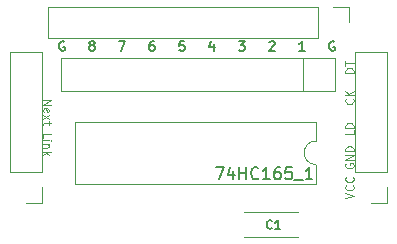
<source format=gbr>
%TF.GenerationSoftware,KiCad,Pcbnew,(6.0.2)*%
%TF.CreationDate,2022-04-17T17:53:03+09:00*%
%TF.ProjectId,input-74hc165,696e7075-742d-4373-9468-633136352e6b,rev?*%
%TF.SameCoordinates,Original*%
%TF.FileFunction,Legend,Top*%
%TF.FilePolarity,Positive*%
%FSLAX46Y46*%
G04 Gerber Fmt 4.6, Leading zero omitted, Abs format (unit mm)*
G04 Created by KiCad (PCBNEW (6.0.2)) date 2022-04-17 17:53:03*
%MOMM*%
%LPD*%
G01*
G04 APERTURE LIST*
%ADD10C,0.100000*%
%ADD11C,0.150000*%
%ADD12C,0.120000*%
G04 APERTURE END LIST*
D10*
X177035666Y-101263333D02*
X177735666Y-101030000D01*
X177035666Y-100796666D01*
X177669000Y-100163333D02*
X177702333Y-100196666D01*
X177735666Y-100296666D01*
X177735666Y-100363333D01*
X177702333Y-100463333D01*
X177635666Y-100530000D01*
X177569000Y-100563333D01*
X177435666Y-100596666D01*
X177335666Y-100596666D01*
X177202333Y-100563333D01*
X177135666Y-100530000D01*
X177069000Y-100463333D01*
X177035666Y-100363333D01*
X177035666Y-100296666D01*
X177069000Y-100196666D01*
X177102333Y-100163333D01*
X177669000Y-99463333D02*
X177702333Y-99496666D01*
X177735666Y-99596666D01*
X177735666Y-99663333D01*
X177702333Y-99763333D01*
X177635666Y-99830000D01*
X177569000Y-99863333D01*
X177435666Y-99896666D01*
X177335666Y-99896666D01*
X177202333Y-99863333D01*
X177135666Y-99830000D01*
X177069000Y-99763333D01*
X177035666Y-99663333D01*
X177035666Y-99596666D01*
X177069000Y-99496666D01*
X177102333Y-99463333D01*
X177069000Y-98323333D02*
X177035666Y-98390000D01*
X177035666Y-98490000D01*
X177069000Y-98590000D01*
X177135666Y-98656666D01*
X177202333Y-98690000D01*
X177335666Y-98723333D01*
X177435666Y-98723333D01*
X177569000Y-98690000D01*
X177635666Y-98656666D01*
X177702333Y-98590000D01*
X177735666Y-98490000D01*
X177735666Y-98423333D01*
X177702333Y-98323333D01*
X177669000Y-98290000D01*
X177435666Y-98290000D01*
X177435666Y-98423333D01*
X177735666Y-97990000D02*
X177035666Y-97990000D01*
X177735666Y-97590000D01*
X177035666Y-97590000D01*
X177735666Y-97256666D02*
X177035666Y-97256666D01*
X177035666Y-97090000D01*
X177069000Y-96990000D01*
X177135666Y-96923333D01*
X177202333Y-96890000D01*
X177335666Y-96856666D01*
X177435666Y-96856666D01*
X177569000Y-96890000D01*
X177635666Y-96923333D01*
X177702333Y-96990000D01*
X177735666Y-97090000D01*
X177735666Y-97256666D01*
X177735666Y-90620000D02*
X177035666Y-90620000D01*
X177035666Y-90453333D01*
X177069000Y-90353333D01*
X177135666Y-90286666D01*
X177202333Y-90253333D01*
X177335666Y-90220000D01*
X177435666Y-90220000D01*
X177569000Y-90253333D01*
X177635666Y-90286666D01*
X177702333Y-90353333D01*
X177735666Y-90453333D01*
X177735666Y-90620000D01*
X177035666Y-90020000D02*
X177035666Y-89620000D01*
X177735666Y-89820000D02*
X177035666Y-89820000D01*
X177669000Y-92843333D02*
X177702333Y-92876666D01*
X177735666Y-92976666D01*
X177735666Y-93043333D01*
X177702333Y-93143333D01*
X177635666Y-93210000D01*
X177569000Y-93243333D01*
X177435666Y-93276666D01*
X177335666Y-93276666D01*
X177202333Y-93243333D01*
X177135666Y-93210000D01*
X177069000Y-93143333D01*
X177035666Y-93043333D01*
X177035666Y-92976666D01*
X177069000Y-92876666D01*
X177102333Y-92843333D01*
X177735666Y-92543333D02*
X177035666Y-92543333D01*
X177735666Y-92143333D02*
X177335666Y-92443333D01*
X177035666Y-92143333D02*
X177435666Y-92543333D01*
X151448333Y-92950000D02*
X152148333Y-92950000D01*
X151448333Y-93350000D01*
X152148333Y-93350000D01*
X151481666Y-93950000D02*
X151448333Y-93883333D01*
X151448333Y-93750000D01*
X151481666Y-93683333D01*
X151548333Y-93650000D01*
X151815000Y-93650000D01*
X151881666Y-93683333D01*
X151915000Y-93750000D01*
X151915000Y-93883333D01*
X151881666Y-93950000D01*
X151815000Y-93983333D01*
X151748333Y-93983333D01*
X151681666Y-93650000D01*
X151448333Y-94216666D02*
X151915000Y-94583333D01*
X151915000Y-94216666D02*
X151448333Y-94583333D01*
X151915000Y-94750000D02*
X151915000Y-95016666D01*
X152148333Y-94850000D02*
X151548333Y-94850000D01*
X151481666Y-94883333D01*
X151448333Y-94950000D01*
X151448333Y-95016666D01*
X151448333Y-96116666D02*
X151448333Y-95783333D01*
X152148333Y-95783333D01*
X151448333Y-96350000D02*
X151915000Y-96350000D01*
X152148333Y-96350000D02*
X152115000Y-96316666D01*
X152081666Y-96350000D01*
X152115000Y-96383333D01*
X152148333Y-96350000D01*
X152081666Y-96350000D01*
X151915000Y-96683333D02*
X151448333Y-96683333D01*
X151848333Y-96683333D02*
X151881666Y-96716666D01*
X151915000Y-96783333D01*
X151915000Y-96883333D01*
X151881666Y-96950000D01*
X151815000Y-96983333D01*
X151448333Y-96983333D01*
X151448333Y-97316666D02*
X152148333Y-97316666D01*
X151715000Y-97383333D02*
X151448333Y-97583333D01*
X151915000Y-97583333D02*
X151648333Y-97316666D01*
X177735666Y-95510333D02*
X177735666Y-95843666D01*
X177035666Y-95843666D01*
X177735666Y-95277000D02*
X177035666Y-95277000D01*
X177035666Y-95110333D01*
X177069000Y-95010333D01*
X177135666Y-94943666D01*
X177202333Y-94910333D01*
X177335666Y-94877000D01*
X177435666Y-94877000D01*
X177569000Y-94910333D01*
X177635666Y-94943666D01*
X177702333Y-95010333D01*
X177735666Y-95110333D01*
X177735666Y-95277000D01*
D11*
X176104523Y-87992000D02*
X176028333Y-87953904D01*
X175914047Y-87953904D01*
X175799761Y-87992000D01*
X175723571Y-88068190D01*
X175685476Y-88144380D01*
X175647380Y-88296761D01*
X175647380Y-88411047D01*
X175685476Y-88563428D01*
X175723571Y-88639619D01*
X175799761Y-88715809D01*
X175914047Y-88753904D01*
X175990238Y-88753904D01*
X176104523Y-88715809D01*
X176142619Y-88677714D01*
X176142619Y-88411047D01*
X175990238Y-88411047D01*
X155498809Y-88296761D02*
X155422619Y-88258666D01*
X155384523Y-88220571D01*
X155346428Y-88144380D01*
X155346428Y-88106285D01*
X155384523Y-88030095D01*
X155422619Y-87992000D01*
X155498809Y-87953904D01*
X155651190Y-87953904D01*
X155727380Y-87992000D01*
X155765476Y-88030095D01*
X155803571Y-88106285D01*
X155803571Y-88144380D01*
X155765476Y-88220571D01*
X155727380Y-88258666D01*
X155651190Y-88296761D01*
X155498809Y-88296761D01*
X155422619Y-88334857D01*
X155384523Y-88372952D01*
X155346428Y-88449142D01*
X155346428Y-88601523D01*
X155384523Y-88677714D01*
X155422619Y-88715809D01*
X155498809Y-88753904D01*
X155651190Y-88753904D01*
X155727380Y-88715809D01*
X155765476Y-88677714D01*
X155803571Y-88601523D01*
X155803571Y-88449142D01*
X155765476Y-88372952D01*
X155727380Y-88334857D01*
X155651190Y-88296761D01*
X173583571Y-88753904D02*
X173126428Y-88753904D01*
X173355000Y-88753904D02*
X173355000Y-87953904D01*
X173278809Y-88068190D01*
X173202619Y-88144380D01*
X173126428Y-88182476D01*
X170586428Y-88030095D02*
X170624523Y-87992000D01*
X170700714Y-87953904D01*
X170891190Y-87953904D01*
X170967380Y-87992000D01*
X171005476Y-88030095D01*
X171043571Y-88106285D01*
X171043571Y-88182476D01*
X171005476Y-88296761D01*
X170548333Y-88753904D01*
X171043571Y-88753904D01*
X153244523Y-87992000D02*
X153168333Y-87953904D01*
X153054047Y-87953904D01*
X152939761Y-87992000D01*
X152863571Y-88068190D01*
X152825476Y-88144380D01*
X152787380Y-88296761D01*
X152787380Y-88411047D01*
X152825476Y-88563428D01*
X152863571Y-88639619D01*
X152939761Y-88715809D01*
X153054047Y-88753904D01*
X153130238Y-88753904D01*
X153244523Y-88715809D01*
X153282619Y-88677714D01*
X153282619Y-88411047D01*
X153130238Y-88411047D01*
X157848333Y-87953904D02*
X158381666Y-87953904D01*
X158038809Y-88753904D01*
X163385476Y-87953904D02*
X163004523Y-87953904D01*
X162966428Y-88334857D01*
X163004523Y-88296761D01*
X163080714Y-88258666D01*
X163271190Y-88258666D01*
X163347380Y-88296761D01*
X163385476Y-88334857D01*
X163423571Y-88411047D01*
X163423571Y-88601523D01*
X163385476Y-88677714D01*
X163347380Y-88715809D01*
X163271190Y-88753904D01*
X163080714Y-88753904D01*
X163004523Y-88715809D01*
X162966428Y-88677714D01*
X165887380Y-88220571D02*
X165887380Y-88753904D01*
X165696904Y-87915809D02*
X165506428Y-88487238D01*
X166001666Y-88487238D01*
X160807380Y-87953904D02*
X160655000Y-87953904D01*
X160578809Y-87992000D01*
X160540714Y-88030095D01*
X160464523Y-88144380D01*
X160426428Y-88296761D01*
X160426428Y-88601523D01*
X160464523Y-88677714D01*
X160502619Y-88715809D01*
X160578809Y-88753904D01*
X160731190Y-88753904D01*
X160807380Y-88715809D01*
X160845476Y-88677714D01*
X160883571Y-88601523D01*
X160883571Y-88411047D01*
X160845476Y-88334857D01*
X160807380Y-88296761D01*
X160731190Y-88258666D01*
X160578809Y-88258666D01*
X160502619Y-88296761D01*
X160464523Y-88334857D01*
X160426428Y-88411047D01*
X168008333Y-87953904D02*
X168503571Y-87953904D01*
X168236904Y-88258666D01*
X168351190Y-88258666D01*
X168427380Y-88296761D01*
X168465476Y-88334857D01*
X168503571Y-88411047D01*
X168503571Y-88601523D01*
X168465476Y-88677714D01*
X168427380Y-88715809D01*
X168351190Y-88753904D01*
X168122619Y-88753904D01*
X168046428Y-88715809D01*
X168008333Y-88677714D01*
%TO.C,74HC165_1*%
X166060952Y-98639380D02*
X166727619Y-98639380D01*
X166299047Y-99639380D01*
X167537142Y-98972714D02*
X167537142Y-99639380D01*
X167299047Y-98591761D02*
X167060952Y-99306047D01*
X167680000Y-99306047D01*
X168060952Y-99639380D02*
X168060952Y-98639380D01*
X168060952Y-99115571D02*
X168632380Y-99115571D01*
X168632380Y-99639380D02*
X168632380Y-98639380D01*
X169680000Y-99544142D02*
X169632380Y-99591761D01*
X169489523Y-99639380D01*
X169394285Y-99639380D01*
X169251428Y-99591761D01*
X169156190Y-99496523D01*
X169108571Y-99401285D01*
X169060952Y-99210809D01*
X169060952Y-99067952D01*
X169108571Y-98877476D01*
X169156190Y-98782238D01*
X169251428Y-98687000D01*
X169394285Y-98639380D01*
X169489523Y-98639380D01*
X169632380Y-98687000D01*
X169680000Y-98734619D01*
X170632380Y-99639380D02*
X170060952Y-99639380D01*
X170346666Y-99639380D02*
X170346666Y-98639380D01*
X170251428Y-98782238D01*
X170156190Y-98877476D01*
X170060952Y-98925095D01*
X171489523Y-98639380D02*
X171299047Y-98639380D01*
X171203809Y-98687000D01*
X171156190Y-98734619D01*
X171060952Y-98877476D01*
X171013333Y-99067952D01*
X171013333Y-99448904D01*
X171060952Y-99544142D01*
X171108571Y-99591761D01*
X171203809Y-99639380D01*
X171394285Y-99639380D01*
X171489523Y-99591761D01*
X171537142Y-99544142D01*
X171584761Y-99448904D01*
X171584761Y-99210809D01*
X171537142Y-99115571D01*
X171489523Y-99067952D01*
X171394285Y-99020333D01*
X171203809Y-99020333D01*
X171108571Y-99067952D01*
X171060952Y-99115571D01*
X171013333Y-99210809D01*
X172489523Y-98639380D02*
X172013333Y-98639380D01*
X171965714Y-99115571D01*
X172013333Y-99067952D01*
X172108571Y-99020333D01*
X172346666Y-99020333D01*
X172441904Y-99067952D01*
X172489523Y-99115571D01*
X172537142Y-99210809D01*
X172537142Y-99448904D01*
X172489523Y-99544142D01*
X172441904Y-99591761D01*
X172346666Y-99639380D01*
X172108571Y-99639380D01*
X172013333Y-99591761D01*
X171965714Y-99544142D01*
X172727619Y-99734619D02*
X173489523Y-99734619D01*
X174251428Y-99639380D02*
X173680000Y-99639380D01*
X173965714Y-99639380D02*
X173965714Y-98639380D01*
X173870476Y-98782238D01*
X173775238Y-98877476D01*
X173680000Y-98925095D01*
%TO.C,C1*%
X170825333Y-103755000D02*
X170792000Y-103788333D01*
X170692000Y-103821666D01*
X170625333Y-103821666D01*
X170525333Y-103788333D01*
X170458666Y-103721666D01*
X170425333Y-103655000D01*
X170392000Y-103521666D01*
X170392000Y-103421666D01*
X170425333Y-103288333D01*
X170458666Y-103221666D01*
X170525333Y-103155000D01*
X170625333Y-103121666D01*
X170692000Y-103121666D01*
X170792000Y-103155000D01*
X170825333Y-103188333D01*
X171492000Y-103821666D02*
X171092000Y-103821666D01*
X171292000Y-103821666D02*
X171292000Y-103121666D01*
X171225333Y-103221666D01*
X171158666Y-103288333D01*
X171092000Y-103321666D01*
D12*
%TO.C,IN1*%
X151317000Y-101655000D02*
X149987000Y-101655000D01*
X151317000Y-99055000D02*
X148657000Y-99055000D01*
X151317000Y-88835000D02*
X148657000Y-88835000D01*
X151317000Y-99055000D02*
X151317000Y-88835000D01*
X151317000Y-100325000D02*
X151317000Y-101655000D01*
X148657000Y-99055000D02*
X148657000Y-88835000D01*
%TO.C,74HC165_1*%
X154118000Y-100059000D02*
X174558000Y-100059000D01*
X174558000Y-94759000D02*
X154118000Y-94759000D01*
X154118000Y-94759000D02*
X154118000Y-100059000D01*
X174558000Y-100059000D02*
X174558000Y-98409000D01*
X174558000Y-96409000D02*
X174558000Y-94759000D01*
X174558000Y-96409000D02*
G75*
G03*
X174558000Y-98409000I0J-1000000D01*
G01*
%TO.C,RN1*%
X176192000Y-92205000D02*
X176192000Y-89405000D01*
X152992000Y-92205000D02*
X176192000Y-92205000D01*
X176192000Y-89405000D02*
X152992000Y-89405000D01*
X152992000Y-89405000D02*
X152992000Y-92205000D01*
X173482000Y-92205000D02*
X173482000Y-89405000D01*
%TO.C,J1*%
X174752000Y-85030000D02*
X174752000Y-87690000D01*
X174752000Y-87690000D02*
X151832000Y-87690000D01*
X174752000Y-85030000D02*
X151832000Y-85030000D01*
X177352000Y-85030000D02*
X177352000Y-86360000D01*
X176022000Y-85030000D02*
X177352000Y-85030000D01*
X151832000Y-85030000D02*
X151832000Y-87690000D01*
%TO.C,OUT1*%
X180527000Y-88835000D02*
X177867000Y-88835000D01*
X180527000Y-99055000D02*
X177867000Y-99055000D01*
X177867000Y-99055000D02*
X177867000Y-88835000D01*
X180527000Y-99055000D02*
X180527000Y-88835000D01*
X180527000Y-100325000D02*
X180527000Y-101655000D01*
X180527000Y-101655000D02*
X179197000Y-101655000D01*
%TO.C,C1*%
X172998000Y-102435000D02*
X168458000Y-102435000D01*
X172998000Y-104575000D02*
X172998000Y-104560000D01*
X172998000Y-104575000D02*
X168458000Y-104575000D01*
X172998000Y-102450000D02*
X172998000Y-102435000D01*
X168458000Y-104575000D02*
X168458000Y-104560000D01*
X168458000Y-102450000D02*
X168458000Y-102435000D01*
%TD*%
M02*

</source>
